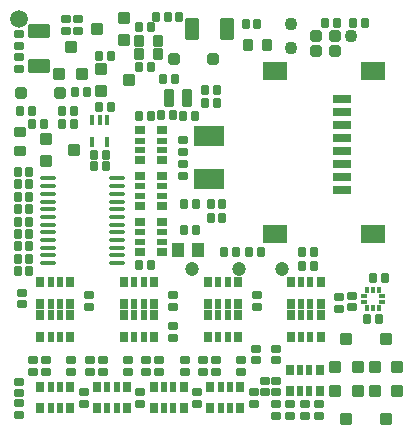
<source format=gbs>
G04*
G04 #@! TF.GenerationSoftware,Altium Limited,Altium Designer,23.4.1 (23)*
G04*
G04 Layer_Color=16711935*
%FSLAX25Y25*%
%MOIN*%
G70*
G04*
G04 #@! TF.SameCoordinates,2A909AB2-6846-4FDE-AE5D-498660DCD786*
G04*
G04*
G04 #@! TF.FilePolarity,Negative*
G04*
G01*
G75*
G04:AMPARAMS|DCode=56|XSize=29.53mil|YSize=35.43mil|CornerRadius=4.53mil|HoleSize=0mil|Usage=FLASHONLY|Rotation=270.000|XOffset=0mil|YOffset=0mil|HoleType=Round|Shape=RoundedRectangle|*
%AMROUNDEDRECTD56*
21,1,0.02953,0.02638,0,0,270.0*
21,1,0.02047,0.03543,0,0,270.0*
1,1,0.00906,-0.01319,-0.01024*
1,1,0.00906,-0.01319,0.01024*
1,1,0.00906,0.01319,0.01024*
1,1,0.00906,0.01319,-0.01024*
%
%ADD56ROUNDEDRECTD56*%
G04:AMPARAMS|DCode=57|XSize=21.65mil|YSize=35.43mil|CornerRadius=3.74mil|HoleSize=0mil|Usage=FLASHONLY|Rotation=270.000|XOffset=0mil|YOffset=0mil|HoleType=Round|Shape=RoundedRectangle|*
%AMROUNDEDRECTD57*
21,1,0.02165,0.02795,0,0,270.0*
21,1,0.01417,0.03543,0,0,270.0*
1,1,0.00748,-0.01398,-0.00709*
1,1,0.00748,-0.01398,0.00709*
1,1,0.00748,0.01398,0.00709*
1,1,0.00748,0.01398,-0.00709*
%
%ADD57ROUNDEDRECTD57*%
G04:AMPARAMS|DCode=64|XSize=31.5mil|YSize=27.56mil|CornerRadius=4.33mil|HoleSize=0mil|Usage=FLASHONLY|Rotation=90.000|XOffset=0mil|YOffset=0mil|HoleType=Round|Shape=RoundedRectangle|*
%AMROUNDEDRECTD64*
21,1,0.03150,0.01890,0,0,90.0*
21,1,0.02284,0.02756,0,0,90.0*
1,1,0.00866,0.00945,0.01142*
1,1,0.00866,0.00945,-0.01142*
1,1,0.00866,-0.00945,-0.01142*
1,1,0.00866,-0.00945,0.01142*
%
%ADD64ROUNDEDRECTD64*%
G04:AMPARAMS|DCode=68|XSize=31.5mil|YSize=27.56mil|CornerRadius=4.33mil|HoleSize=0mil|Usage=FLASHONLY|Rotation=180.000|XOffset=0mil|YOffset=0mil|HoleType=Round|Shape=RoundedRectangle|*
%AMROUNDEDRECTD68*
21,1,0.03150,0.01890,0,0,180.0*
21,1,0.02284,0.02756,0,0,180.0*
1,1,0.00866,-0.01142,0.00945*
1,1,0.00866,0.01142,0.00945*
1,1,0.00866,0.01142,-0.00945*
1,1,0.00866,-0.01142,-0.00945*
%
%ADD68ROUNDEDRECTD68*%
G04:AMPARAMS|DCode=70|XSize=39.37mil|YSize=41.34mil|CornerRadius=5.51mil|HoleSize=0mil|Usage=FLASHONLY|Rotation=270.000|XOffset=0mil|YOffset=0mil|HoleType=Round|Shape=RoundedRectangle|*
%AMROUNDEDRECTD70*
21,1,0.03937,0.03032,0,0,270.0*
21,1,0.02835,0.04134,0,0,270.0*
1,1,0.01102,-0.01516,-0.01417*
1,1,0.01102,-0.01516,0.01417*
1,1,0.01102,0.01516,0.01417*
1,1,0.01102,0.01516,-0.01417*
%
%ADD70ROUNDEDRECTD70*%
G04:AMPARAMS|DCode=74|XSize=31.5mil|YSize=40.16mil|CornerRadius=4.72mil|HoleSize=0mil|Usage=FLASHONLY|Rotation=0.000|XOffset=0mil|YOffset=0mil|HoleType=Round|Shape=RoundedRectangle|*
%AMROUNDEDRECTD74*
21,1,0.03150,0.03071,0,0,0.0*
21,1,0.02205,0.04016,0,0,0.0*
1,1,0.00945,0.01102,-0.01535*
1,1,0.00945,-0.01102,-0.01535*
1,1,0.00945,-0.01102,0.01535*
1,1,0.00945,0.01102,0.01535*
%
%ADD74ROUNDEDRECTD74*%
G04:AMPARAMS|DCode=76|XSize=39.37mil|YSize=41.34mil|CornerRadius=5.51mil|HoleSize=0mil|Usage=FLASHONLY|Rotation=270.000|XOffset=0mil|YOffset=0mil|HoleType=Round|Shape=RoundedRectangle|*
%AMROUNDEDRECTD76*
21,1,0.03937,0.03032,0,0,270.0*
21,1,0.02835,0.04134,0,0,270.0*
1,1,0.01102,-0.01516,-0.01417*
1,1,0.01102,-0.01516,0.01417*
1,1,0.01102,0.01516,0.01417*
1,1,0.01102,0.01516,-0.01417*
%
%ADD76ROUNDEDRECTD76*%
%ADD81C,0.04724*%
%ADD82C,0.04294*%
%ADD83C,0.05906*%
G04:AMPARAMS|DCode=113|XSize=29.53mil|YSize=35.43mil|CornerRadius=4.53mil|HoleSize=0mil|Usage=FLASHONLY|Rotation=0.000|XOffset=0mil|YOffset=0mil|HoleType=Round|Shape=RoundedRectangle|*
%AMROUNDEDRECTD113*
21,1,0.02953,0.02638,0,0,0.0*
21,1,0.02047,0.03543,0,0,0.0*
1,1,0.00906,0.01024,-0.01319*
1,1,0.00906,-0.01024,-0.01319*
1,1,0.00906,-0.01024,0.01319*
1,1,0.00906,0.01024,0.01319*
%
%ADD113ROUNDEDRECTD113*%
G04:AMPARAMS|DCode=114|XSize=21.65mil|YSize=35.43mil|CornerRadius=3.74mil|HoleSize=0mil|Usage=FLASHONLY|Rotation=0.000|XOffset=0mil|YOffset=0mil|HoleType=Round|Shape=RoundedRectangle|*
%AMROUNDEDRECTD114*
21,1,0.02165,0.02795,0,0,0.0*
21,1,0.01417,0.03543,0,0,0.0*
1,1,0.00748,0.00709,-0.01398*
1,1,0.00748,-0.00709,-0.01398*
1,1,0.00748,-0.00709,0.01398*
1,1,0.00748,0.00709,0.01398*
%
%ADD114ROUNDEDRECTD114*%
G04:AMPARAMS|DCode=115|XSize=37.4mil|YSize=37.4mil|CornerRadius=5.32mil|HoleSize=0mil|Usage=FLASHONLY|Rotation=0.000|XOffset=0mil|YOffset=0mil|HoleType=Round|Shape=RoundedRectangle|*
%AMROUNDEDRECTD115*
21,1,0.03740,0.02677,0,0,0.0*
21,1,0.02677,0.03740,0,0,0.0*
1,1,0.01063,0.01339,-0.01339*
1,1,0.01063,-0.01339,-0.01339*
1,1,0.01063,-0.01339,0.01339*
1,1,0.01063,0.01339,0.01339*
%
%ADD115ROUNDEDRECTD115*%
G04:AMPARAMS|DCode=116|XSize=82.68mil|YSize=61.02mil|CornerRadius=7.68mil|HoleSize=0mil|Usage=FLASHONLY|Rotation=180.000|XOffset=0mil|YOffset=0mil|HoleType=Round|Shape=RoundedRectangle|*
%AMROUNDEDRECTD116*
21,1,0.08268,0.04567,0,0,180.0*
21,1,0.06732,0.06102,0,0,180.0*
1,1,0.01535,-0.03366,0.02284*
1,1,0.01535,0.03366,0.02284*
1,1,0.01535,0.03366,-0.02284*
1,1,0.01535,-0.03366,-0.02284*
%
%ADD116ROUNDEDRECTD116*%
G04:AMPARAMS|DCode=117|XSize=62.99mil|YSize=29.53mil|CornerRadius=4.53mil|HoleSize=0mil|Usage=FLASHONLY|Rotation=180.000|XOffset=0mil|YOffset=0mil|HoleType=Round|Shape=RoundedRectangle|*
%AMROUNDEDRECTD117*
21,1,0.06299,0.02047,0,0,180.0*
21,1,0.05394,0.02953,0,0,180.0*
1,1,0.00906,-0.02697,0.01024*
1,1,0.00906,0.02697,0.01024*
1,1,0.00906,0.02697,-0.01024*
1,1,0.00906,-0.02697,-0.01024*
%
%ADD117ROUNDEDRECTD117*%
G04:AMPARAMS|DCode=118|XSize=39.37mil|YSize=41.34mil|CornerRadius=5.51mil|HoleSize=0mil|Usage=FLASHONLY|Rotation=180.000|XOffset=0mil|YOffset=0mil|HoleType=Round|Shape=RoundedRectangle|*
%AMROUNDEDRECTD118*
21,1,0.03937,0.03032,0,0,180.0*
21,1,0.02835,0.04134,0,0,180.0*
1,1,0.01102,-0.01417,0.01516*
1,1,0.01102,0.01417,0.01516*
1,1,0.01102,0.01417,-0.01516*
1,1,0.01102,-0.01417,-0.01516*
%
%ADD118ROUNDEDRECTD118*%
%ADD119R,0.01772X0.01870*%
G04:AMPARAMS|DCode=120|XSize=16.54mil|YSize=35.43mil|CornerRadius=3.23mil|HoleSize=0mil|Usage=FLASHONLY|Rotation=180.000|XOffset=0mil|YOffset=0mil|HoleType=Round|Shape=RoundedRectangle|*
%AMROUNDEDRECTD120*
21,1,0.01654,0.02898,0,0,180.0*
21,1,0.01008,0.03543,0,0,180.0*
1,1,0.00646,-0.00504,0.01449*
1,1,0.00646,0.00504,0.01449*
1,1,0.00646,0.00504,-0.01449*
1,1,0.00646,-0.00504,-0.01449*
%
%ADD120ROUNDEDRECTD120*%
%ADD121O,0.05354X0.01378*%
G04:AMPARAMS|DCode=122|XSize=74.8mil|YSize=49.21mil|CornerRadius=6.5mil|HoleSize=0mil|Usage=FLASHONLY|Rotation=0.000|XOffset=0mil|YOffset=0mil|HoleType=Round|Shape=RoundedRectangle|*
%AMROUNDEDRECTD122*
21,1,0.07480,0.03622,0,0,0.0*
21,1,0.06181,0.04921,0,0,0.0*
1,1,0.01299,0.03091,-0.01811*
1,1,0.01299,-0.03091,-0.01811*
1,1,0.01299,-0.03091,0.01811*
1,1,0.01299,0.03091,0.01811*
%
%ADD122ROUNDEDRECTD122*%
G04:AMPARAMS|DCode=123|XSize=39.76mil|YSize=37.4mil|CornerRadius=5.32mil|HoleSize=0mil|Usage=FLASHONLY|Rotation=0.000|XOffset=0mil|YOffset=0mil|HoleType=Round|Shape=RoundedRectangle|*
%AMROUNDEDRECTD123*
21,1,0.03976,0.02677,0,0,0.0*
21,1,0.02913,0.03740,0,0,0.0*
1,1,0.01063,0.01457,-0.01339*
1,1,0.01063,-0.01457,-0.01339*
1,1,0.01063,-0.01457,0.01339*
1,1,0.01063,0.01457,0.01339*
%
%ADD123ROUNDEDRECTD123*%
%ADD124R,0.09843X0.07087*%
%ADD125R,0.01870X0.01772*%
G04:AMPARAMS|DCode=126|XSize=31.5mil|YSize=59.06mil|CornerRadius=4.72mil|HoleSize=0mil|Usage=FLASHONLY|Rotation=0.000|XOffset=0mil|YOffset=0mil|HoleType=Round|Shape=RoundedRectangle|*
%AMROUNDEDRECTD126*
21,1,0.03150,0.04961,0,0,0.0*
21,1,0.02205,0.05906,0,0,0.0*
1,1,0.00945,0.01102,-0.02480*
1,1,0.00945,-0.01102,-0.02480*
1,1,0.00945,-0.01102,0.02480*
1,1,0.00945,0.01102,0.02480*
%
%ADD126ROUNDEDRECTD126*%
G04:AMPARAMS|DCode=127|XSize=39.37mil|YSize=41.34mil|CornerRadius=5.51mil|HoleSize=0mil|Usage=FLASHONLY|Rotation=180.000|XOffset=0mil|YOffset=0mil|HoleType=Round|Shape=RoundedRectangle|*
%AMROUNDEDRECTD127*
21,1,0.03937,0.03032,0,0,180.0*
21,1,0.02835,0.04134,0,0,180.0*
1,1,0.01102,-0.01417,0.01516*
1,1,0.01102,0.01417,0.01516*
1,1,0.01102,0.01417,-0.01516*
1,1,0.01102,-0.01417,-0.01516*
%
%ADD127ROUNDEDRECTD127*%
%ADD128R,0.04331X0.04724*%
G04:AMPARAMS|DCode=129|XSize=74.8mil|YSize=49.21mil|CornerRadius=6.5mil|HoleSize=0mil|Usage=FLASHONLY|Rotation=90.000|XOffset=0mil|YOffset=0mil|HoleType=Round|Shape=RoundedRectangle|*
%AMROUNDEDRECTD129*
21,1,0.07480,0.03622,0,0,90.0*
21,1,0.06181,0.04921,0,0,90.0*
1,1,0.01299,0.01811,0.03091*
1,1,0.01299,0.01811,-0.03091*
1,1,0.01299,-0.01811,-0.03091*
1,1,0.01299,-0.01811,0.03091*
%
%ADD129ROUNDEDRECTD129*%
G04:AMPARAMS|DCode=130|XSize=31.5mil|YSize=40.16mil|CornerRadius=4.72mil|HoleSize=0mil|Usage=FLASHONLY|Rotation=90.000|XOffset=0mil|YOffset=0mil|HoleType=Round|Shape=RoundedRectangle|*
%AMROUNDEDRECTD130*
21,1,0.03150,0.03071,0,0,90.0*
21,1,0.02205,0.04016,0,0,90.0*
1,1,0.00945,0.01535,0.01102*
1,1,0.00945,0.01535,-0.01102*
1,1,0.00945,-0.01535,-0.01102*
1,1,0.00945,-0.01535,0.01102*
%
%ADD130ROUNDEDRECTD130*%
D56*
X51969Y85039D02*
D03*
Y59744D02*
D03*
Y75000D02*
D03*
Y69784D02*
D03*
X44882Y100295D02*
D03*
X51969D02*
D03*
X51969Y90256D02*
D03*
X44882D02*
D03*
X44882Y59744D02*
D03*
Y69784D02*
D03*
Y75000D02*
D03*
Y85039D02*
D03*
D57*
X51969Y81594D02*
D03*
Y66339D02*
D03*
Y78445D02*
D03*
Y63189D02*
D03*
X51969Y93701D02*
D03*
Y96850D02*
D03*
X44882Y96850D02*
D03*
X44882Y93701D02*
D03*
X44882Y66339D02*
D03*
Y63189D02*
D03*
Y81594D02*
D03*
Y78445D02*
D03*
D64*
X53937Y138189D02*
D03*
X50000D02*
D03*
X48425Y134646D02*
D03*
X44488D02*
D03*
X56299Y117323D02*
D03*
X52362D02*
D03*
X84952Y59621D02*
D03*
X81015D02*
D03*
X76756D02*
D03*
X72819D02*
D03*
X33434Y92088D02*
D03*
X29497D02*
D03*
X33434Y88365D02*
D03*
X29497D02*
D03*
X31018Y125197D02*
D03*
X34955D02*
D03*
X119652Y136130D02*
D03*
X83904Y135891D02*
D03*
X98819Y59621D02*
D03*
X66535Y113779D02*
D03*
Y109449D02*
D03*
X63105Y105230D02*
D03*
X51828Y105285D02*
D03*
X72244Y75625D02*
D03*
X63455D02*
D03*
X59518Y67140D02*
D03*
X124435Y37274D02*
D03*
X98819Y55118D02*
D03*
X57874Y138189D02*
D03*
X48326Y121260D02*
D03*
X44488Y105194D02*
D03*
X22835Y106592D02*
D03*
X8770D02*
D03*
X22835Y102362D02*
D03*
X8770D02*
D03*
X48473Y55454D02*
D03*
X3937Y53543D02*
D03*
X70472Y113779D02*
D03*
X59518Y75625D02*
D03*
X68307D02*
D03*
Y71137D02*
D03*
X72244D02*
D03*
X126378Y51181D02*
D03*
X122441D02*
D03*
X120498Y37274D02*
D03*
X35053Y108098D02*
D03*
X31116D02*
D03*
X4832Y106592D02*
D03*
X48425Y105194D02*
D03*
X63455Y67140D02*
D03*
X55765Y105285D02*
D03*
X59168Y105230D02*
D03*
X18898Y102362D02*
D03*
X44536Y55454D02*
D03*
X7874Y53543D02*
D03*
X79967Y135891D02*
D03*
X53937Y138189D02*
D03*
X27165Y113165D02*
D03*
X23228D02*
D03*
X18898Y106592D02*
D03*
X102756Y55118D02*
D03*
Y59621D02*
D03*
X70472Y109449D02*
D03*
X115715Y136130D02*
D03*
X106399D02*
D03*
X110336D02*
D03*
X44389Y121260D02*
D03*
X12707Y102362D02*
D03*
X3937Y57480D02*
D03*
X7874D02*
D03*
X3937Y69882D02*
D03*
X7874D02*
D03*
X3937Y74016D02*
D03*
X7874D02*
D03*
X3937Y82284D02*
D03*
X7874D02*
D03*
X3937Y78150D02*
D03*
X7874D02*
D03*
X3937Y86417D02*
D03*
X7874D02*
D03*
X3937Y65748D02*
D03*
X7874D02*
D03*
X3937Y61614D02*
D03*
X7874D02*
D03*
D68*
X58927Y88976D02*
D03*
Y93209D02*
D03*
X104331Y5118D02*
D03*
X99606Y5118D02*
D03*
X94882D02*
D03*
X90158D02*
D03*
X20079Y133465D02*
D03*
X24213D02*
D03*
X115393Y41244D02*
D03*
Y45181D02*
D03*
X4464Y132283D02*
D03*
Y128347D02*
D03*
X58927Y97146D02*
D03*
Y85039D02*
D03*
X111221Y40748D02*
D03*
Y44685D02*
D03*
X86448Y12972D02*
D03*
Y16909D02*
D03*
X90158D02*
D03*
Y12972D02*
D03*
Y27559D02*
D03*
Y23622D02*
D03*
X90158Y9055D02*
D03*
X94882D02*
D03*
X104331Y9055D02*
D03*
X99606Y9055D02*
D03*
X5499Y42249D02*
D03*
Y46186D02*
D03*
X55709Y45276D02*
D03*
Y41339D02*
D03*
Y35039D02*
D03*
Y31102D02*
D03*
X27756Y45276D02*
D03*
Y41339D02*
D03*
X51181Y19882D02*
D03*
Y23819D02*
D03*
X21851Y19882D02*
D03*
Y23819D02*
D03*
X9055Y19882D02*
D03*
Y23819D02*
D03*
X25947Y12972D02*
D03*
Y9035D02*
D03*
X4331Y12598D02*
D03*
Y16535D02*
D03*
X4528Y9449D02*
D03*
Y5512D02*
D03*
X4464Y120757D02*
D03*
Y124694D02*
D03*
X20079Y137402D02*
D03*
X24213D02*
D03*
X27953Y23819D02*
D03*
Y19882D02*
D03*
X32283Y23819D02*
D03*
Y19882D02*
D03*
X40748Y23819D02*
D03*
Y19882D02*
D03*
X44914Y9035D02*
D03*
Y12972D02*
D03*
X83661Y41339D02*
D03*
Y45276D02*
D03*
X13386Y23819D02*
D03*
Y19882D02*
D03*
X63757Y9035D02*
D03*
Y12972D02*
D03*
X59646Y23819D02*
D03*
Y19882D02*
D03*
X46851Y23819D02*
D03*
Y19882D02*
D03*
X82737Y9035D02*
D03*
Y12972D02*
D03*
X78544Y23819D02*
D03*
Y19882D02*
D03*
X70079Y23819D02*
D03*
Y19882D02*
D03*
X65748Y23819D02*
D03*
Y19882D02*
D03*
X83525Y27559D02*
D03*
Y23622D02*
D03*
D70*
X39557Y130256D02*
D03*
X31817Y120781D02*
D03*
X13484Y97411D02*
D03*
D74*
X87205Y128839D02*
D03*
X80905D02*
D03*
X50591Y130217D02*
D03*
X44291Y130217D02*
D03*
X50591Y125591D02*
D03*
X44291D02*
D03*
D76*
X22736Y93670D02*
D03*
X31817Y113301D02*
D03*
X41069Y117041D02*
D03*
X39557Y137736D02*
D03*
X30305Y133996D02*
D03*
X13484Y89930D02*
D03*
D81*
X77913Y54134D02*
D03*
X92126D02*
D03*
X62126D02*
D03*
D82*
X115118Y131693D02*
D03*
X95118Y127693D02*
D03*
Y135693D02*
D03*
D83*
X4331Y137402D02*
D03*
D113*
X77461Y49606D02*
D03*
Y42520D02*
D03*
X67421D02*
D03*
X67421Y49606D02*
D03*
X49508Y42520D02*
D03*
X21555D02*
D03*
X39469Y38583D02*
D03*
X94587Y13386D02*
D03*
X94587Y20472D02*
D03*
X104626D02*
D03*
Y13386D02*
D03*
X11516Y31496D02*
D03*
X11516Y38583D02*
D03*
X21555Y38583D02*
D03*
X21555Y31496D02*
D03*
X21555Y49606D02*
D03*
X11516Y42520D02*
D03*
X11516Y49606D02*
D03*
X39469Y31496D02*
D03*
X49508Y38583D02*
D03*
Y31496D02*
D03*
X49508Y49606D02*
D03*
X39469Y42520D02*
D03*
Y49606D02*
D03*
X40453Y7677D02*
D03*
Y14764D02*
D03*
X30413D02*
D03*
Y7677D02*
D03*
X21555D02*
D03*
X21555Y14764D02*
D03*
X11516D02*
D03*
X11516Y7677D02*
D03*
X59351D02*
D03*
Y14764D02*
D03*
X49311D02*
D03*
X49311Y7677D02*
D03*
X78248D02*
D03*
Y14764D02*
D03*
X68209D02*
D03*
X68209Y7677D02*
D03*
X77461Y31496D02*
D03*
Y38583D02*
D03*
X67421Y38583D02*
D03*
X67421Y31496D02*
D03*
X105020D02*
D03*
X105020Y38583D02*
D03*
X94980Y38583D02*
D03*
Y31496D02*
D03*
X94980Y49606D02*
D03*
X94980Y42520D02*
D03*
X105020D02*
D03*
Y49606D02*
D03*
D114*
X70866Y42520D02*
D03*
X74016D02*
D03*
X74016Y49606D02*
D03*
X70866Y49606D02*
D03*
X46063Y42520D02*
D03*
X18110D02*
D03*
X42913Y38583D02*
D03*
X101181Y20472D02*
D03*
X98032D02*
D03*
Y13386D02*
D03*
X101181D02*
D03*
X18110Y38583D02*
D03*
X14961D02*
D03*
Y31496D02*
D03*
X18110Y31496D02*
D03*
X14961Y42520D02*
D03*
X18110Y49606D02*
D03*
X14961Y49606D02*
D03*
X46063Y38583D02*
D03*
X42913Y31496D02*
D03*
X46063D02*
D03*
X42914Y42520D02*
D03*
X46063Y49606D02*
D03*
X42914D02*
D03*
X37008Y7677D02*
D03*
X33858D02*
D03*
Y14764D02*
D03*
X37008D02*
D03*
X18111Y7677D02*
D03*
X14961D02*
D03*
Y14764D02*
D03*
X18111D02*
D03*
X55906Y7677D02*
D03*
X52756D02*
D03*
Y14764D02*
D03*
X55906D02*
D03*
X74803Y7677D02*
D03*
X71654D02*
D03*
Y14764D02*
D03*
X74803D02*
D03*
X74016Y31496D02*
D03*
X70866D02*
D03*
Y38583D02*
D03*
X74016D02*
D03*
X101575Y31496D02*
D03*
X98425D02*
D03*
Y38583D02*
D03*
X101575Y38583D02*
D03*
X98425Y49606D02*
D03*
X101575Y49606D02*
D03*
X101575Y42520D02*
D03*
X98425Y42520D02*
D03*
D115*
X109803Y126870D02*
D03*
Y131860D02*
D03*
X103583D02*
D03*
Y126870D02*
D03*
D116*
X122441Y119980D02*
D03*
X89764D02*
D03*
X122441Y65847D02*
D03*
X89764D02*
D03*
D117*
X112205Y101949D02*
D03*
Y110610D02*
D03*
Y106280D02*
D03*
Y97618D02*
D03*
Y93287D02*
D03*
Y88957D02*
D03*
Y84626D02*
D03*
Y80295D02*
D03*
D118*
X130512Y21339D02*
D03*
X117308D02*
D03*
X123031Y13307D02*
D03*
X109828Y13307D02*
D03*
X126772Y30591D02*
D03*
X113568D02*
D03*
X113568Y4055D02*
D03*
X25394Y118976D02*
D03*
X21654Y128228D02*
D03*
X126772Y4055D02*
D03*
D119*
X124435Y47112D02*
D03*
X120498D02*
D03*
X124435Y41108D02*
D03*
X122467D02*
D03*
Y47112D02*
D03*
X120498Y41108D02*
D03*
D120*
X33870Y103760D02*
D03*
X28752D02*
D03*
X31311D02*
D03*
X33870Y96279D02*
D03*
X28752D02*
D03*
D121*
X37087Y84252D02*
D03*
X14095Y81693D02*
D03*
Y84252D02*
D03*
X37087Y61221D02*
D03*
X14095Y58662D02*
D03*
Y56102D02*
D03*
Y61221D02*
D03*
Y63780D02*
D03*
Y66339D02*
D03*
Y68898D02*
D03*
Y71457D02*
D03*
Y74016D02*
D03*
Y76575D02*
D03*
Y79134D02*
D03*
X37087Y56102D02*
D03*
Y58662D02*
D03*
Y63780D02*
D03*
Y66339D02*
D03*
Y68898D02*
D03*
Y71457D02*
D03*
Y74016D02*
D03*
Y76575D02*
D03*
Y79134D02*
D03*
Y81693D02*
D03*
D122*
X11024Y121839D02*
D03*
Y133257D02*
D03*
D123*
X69114Y123974D02*
D03*
X56122D02*
D03*
X5037Y112774D02*
D03*
X18029Y112774D02*
D03*
D124*
X67889Y98569D02*
D03*
X67889Y84002D02*
D03*
D125*
X119465Y43126D02*
D03*
Y45094D02*
D03*
X125469D02*
D03*
Y43126D02*
D03*
D126*
X54478Y111092D02*
D03*
X60383D02*
D03*
D127*
X123031Y21339D02*
D03*
X109828D02*
D03*
X117308Y13307D02*
D03*
X17913Y118976D02*
D03*
X130512Y13307D02*
D03*
D128*
X57281Y60433D02*
D03*
X63974D02*
D03*
D129*
X73642Y133970D02*
D03*
X62225D02*
D03*
D130*
X4725Y99606D02*
D03*
X4725Y93307D02*
D03*
M02*

</source>
